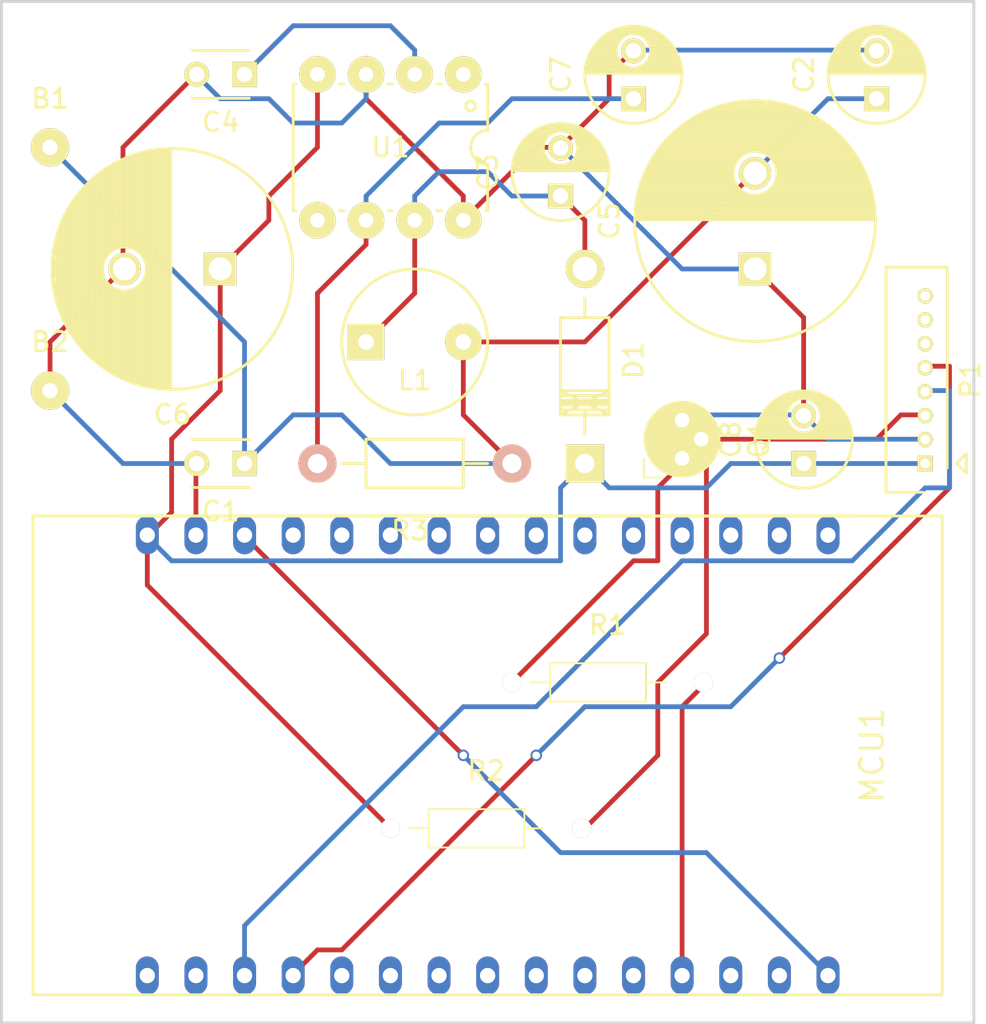
<source format=kicad_pcb>
(kicad_pcb (version 4) (host pcbnew 4.0.4+dfsg1-stable)

  (general
    (links 37)
    (no_connects 0)
    (area 74.93 78.74 127 133.35)
    (thickness 1.6)
    (drawings 4)
    (tracks 151)
    (zones 0)
    (modules 19)
    (nets 13)
  )

  (page A4)
  (layers
    (0 F.Cu signal)
    (31 B.Cu signal)
    (32 B.Adhes user)
    (33 F.Adhes user)
    (34 B.Paste user)
    (35 F.Paste user)
    (36 B.SilkS user)
    (37 F.SilkS user)
    (38 B.Mask user)
    (39 F.Mask user)
    (40 Dwgs.User user)
    (41 Cmts.User user)
    (42 Eco1.User user)
    (43 Eco2.User user)
    (44 Edge.Cuts user)
    (45 Margin user)
    (46 B.CrtYd user)
    (47 F.CrtYd user)
    (48 B.Fab user)
    (49 F.Fab user)
  )

  (setup
    (last_trace_width 0.25)
    (trace_clearance 0.2)
    (zone_clearance 0.508)
    (zone_45_only no)
    (trace_min 0.2)
    (segment_width 0.2)
    (edge_width 0.15)
    (via_size 0.6)
    (via_drill 0.4)
    (via_min_size 0.4)
    (via_min_drill 0.3)
    (uvia_size 0.3)
    (uvia_drill 0.1)
    (uvias_allowed no)
    (uvia_min_size 0.2)
    (uvia_min_drill 0.1)
    (pcb_text_width 0.3)
    (pcb_text_size 1.5 1.5)
    (mod_edge_width 0.15)
    (mod_text_size 1 1)
    (mod_text_width 0.15)
    (pad_size 1.99898 1.99898)
    (pad_drill 0.8001)
    (pad_to_mask_clearance 0.2)
    (aux_axis_origin 0 0)
    (visible_elements FFFFFF7F)
    (pcbplotparams
      (layerselection 0x01030_80000001)
      (usegerberextensions false)
      (excludeedgelayer true)
      (linewidth 0.100000)
      (plotframeref false)
      (viasonmask false)
      (mode 1)
      (useauxorigin false)
      (hpglpennumber 1)
      (hpglpenspeed 20)
      (hpglpendiameter 15)
      (hpglpenoverlay 2)
      (psnegative false)
      (psa4output false)
      (plotreference true)
      (plotvalue true)
      (plotinvisibletext false)
      (padsonsilk false)
      (subtractmaskfromsilk false)
      (outputformat 4)
      (mirror false)
      (drillshape 0)
      (scaleselection 1)
      (outputdirectory ""))
  )

  (net 0 "")
  (net 1 "Net-(MCU1-Pad13)")
  (net 2 "Net-(MCU1-Pad27)")
  (net 3 "Net-(MCU1-Pad19)")
  (net 4 "Net-(MCU1-Pad18)")
  (net 5 GND)
  (net 6 +5V)
  (net 7 "Net-(P1-Pad3)")
  (net 8 "Net-(Q1-Pad1)")
  (net 9 "Net-(C3-Pad1)")
  (net 10 "Net-(C4-Pad1)")
  (net 11 "Net-(B1-Pad1)")
  (net 12 "Net-(C7-Pad1)")

  (net_class Default "This is the default net class."
    (clearance 0.2)
    (trace_width 0.25)
    (via_dia 0.6)
    (via_drill 0.4)
    (uvia_dia 0.3)
    (uvia_drill 0.1)
    (add_net +5V)
    (add_net GND)
    (add_net "Net-(B1-Pad1)")
    (add_net "Net-(C3-Pad1)")
    (add_net "Net-(C4-Pad1)")
    (add_net "Net-(C7-Pad1)")
    (add_net "Net-(MCU1-Pad13)")
    (add_net "Net-(MCU1-Pad18)")
    (add_net "Net-(MCU1-Pad19)")
    (add_net "Net-(MCU1-Pad27)")
    (add_net "Net-(P1-Pad3)")
    (add_net "Net-(Q1-Pad1)")
  )

  (module Inductors:INDUCTOR_V (layer F.Cu) (tedit 0) (tstamp 587528E1)
    (at 97.79 97.79)
    (descr "Inductor (vertical)")
    (tags INDUCTOR)
    (path /58752DDF)
    (fp_text reference L1 (at 0 1.99898) (layer F.SilkS)
      (effects (font (size 1 1) (thickness 0.15)))
    )
    (fp_text value 22µH (at 0.09906 -1.99898) (layer F.Fab)
      (effects (font (size 1 1) (thickness 0.15)))
    )
    (fp_circle (center 0 0) (end 3.81 0) (layer F.SilkS) (width 0.15))
    (pad 1 thru_hole rect (at -2.54 0) (size 1.905 1.905) (drill 0.8128) (layers *.Cu *.Mask F.SilkS)
      (net 9 "Net-(C3-Pad1)"))
    (pad 2 thru_hole circle (at 2.54 0) (size 1.905 1.905) (drill 0.8128) (layers *.Cu *.Mask F.SilkS)
      (net 11 "Net-(B1-Pad1)"))
    (model Inductors.3dshapes/INDUCTOR_V.wrl
      (at (xyz 0 0 0))
      (scale (xyz 2 2 2))
      (rotate (xyz 0 0 0))
    )
  )

  (module nodemcu:nodemcu (layer F.Cu) (tedit 58757731) (tstamp 58757B9A)
    (at 101.6 119.38 180)
    (path /586FE40C)
    (fp_text reference MCU1 (at -20.08 0 270) (layer F.SilkS)
      (effects (font (size 1.2 1.2) (thickness 0.15)))
    )
    (fp_text value NodeMCU-1.0 (at 0 0 180) (layer F.Fab)
      (effects (font (size 1.5 1.5) (thickness 0.15)))
    )
    (fp_line (start 23.75 -12.5) (end -23.75 -12.5) (layer F.SilkS) (width 0.15))
    (fp_line (start -23.75 -12.5) (end -23.75 12.5) (layer F.SilkS) (width 0.15))
    (fp_line (start -23.75 12.5) (end 23.75 12.5) (layer F.SilkS) (width 0.15))
    (fp_line (start 23.75 12.5) (end 23.75 -12.5) (layer F.SilkS) (width 0.15))
    (fp_line (start -18.88 12.499999) (end 18.88 12.5) (layer F.SilkS) (width 0.15))
    (pad 30 thru_hole oval (at -17.78 -11.5 180) (size 1.2 2) (drill 0.8) (layers *.Cu *.Mask)
      (net 1 "Net-(MCU1-Pad13)"))
    (pad 1 thru_hole oval (at -17.78 11.5 180) (size 1.2 2) (drill 0.8) (layers *.Cu *.Mask))
    (pad 29 thru_hole oval (at -15.24 -11.5 180) (size 1.2 2) (drill 0.8) (layers *.Cu *.Mask))
    (pad 2 thru_hole oval (at -15.24 11.5 180) (size 1.2 2) (drill 0.8) (layers *.Cu *.Mask))
    (pad 28 thru_hole oval (at -12.7 -11.5 180) (size 1.2 2) (drill 0.8) (layers *.Cu *.Mask))
    (pad 3 thru_hole oval (at -12.7 11.5 180) (size 1.2 2) (drill 0.8) (layers *.Cu *.Mask))
    (pad 27 thru_hole oval (at -10.16 -11.5 180) (size 1.2 2) (drill 0.8) (layers *.Cu *.Mask)
      (net 2 "Net-(MCU1-Pad27)"))
    (pad 4 thru_hole oval (at -10.16 11.5 180) (size 1.2 2) (drill 0.8) (layers *.Cu *.Mask))
    (pad 26 thru_hole oval (at -7.62 -11.5 180) (size 1.2 2) (drill 0.8) (layers *.Cu *.Mask))
    (pad 5 thru_hole oval (at -7.62 11.5 180) (size 1.2 2) (drill 0.8) (layers *.Cu *.Mask))
    (pad 25 thru_hole oval (at -5.08 -11.5 180) (size 1.2 2) (drill 0.8) (layers *.Cu *.Mask))
    (pad 6 thru_hole oval (at -5.08 11.5 180) (size 1.2 2) (drill 0.8) (layers *.Cu *.Mask))
    (pad 24 thru_hole oval (at -2.54 -11.5 180) (size 1.2 2) (drill 0.8) (layers *.Cu *.Mask))
    (pad 7 thru_hole oval (at -2.54 11.5 180) (size 1.2 2) (drill 0.8) (layers *.Cu *.Mask))
    (pad 23 thru_hole oval (at 0 -11.5 180) (size 1.2 2) (drill 0.8) (layers *.Cu *.Mask))
    (pad 8 thru_hole oval (at 0 11.5 180) (size 1.2 2) (drill 0.8) (layers *.Cu *.Mask))
    (pad 22 thru_hole oval (at 2.54 -11.5 180) (size 1.2 2) (drill 0.8) (layers *.Cu *.Mask))
    (pad 9 thru_hole oval (at 2.54 11.5 180) (size 1.2 2) (drill 0.8) (layers *.Cu *.Mask))
    (pad 21 thru_hole oval (at 5.08 -11.5 180) (size 1.2 2) (drill 0.8) (layers *.Cu *.Mask))
    (pad 10 thru_hole oval (at 5.08 11.5 180) (size 1.2 2) (drill 0.8) (layers *.Cu *.Mask))
    (pad 20 thru_hole oval (at 7.62 -11.5 180) (size 1.2 2) (drill 0.8) (layers *.Cu *.Mask))
    (pad 11 thru_hole oval (at 7.62 11.5 180) (size 1.2 2) (drill 0.8) (layers *.Cu *.Mask))
    (pad 19 thru_hole oval (at 10.16 -11.5 180) (size 1.2 2) (drill 0.8) (layers *.Cu *.Mask)
      (net 3 "Net-(MCU1-Pad19)"))
    (pad 12 thru_hole oval (at 10.16 11.5 180) (size 1.2 2) (drill 0.8) (layers *.Cu *.Mask))
    (pad 18 thru_hole oval (at 12.7 -11.5 180) (size 1.2 2) (drill 0.8) (layers *.Cu *.Mask)
      (net 4 "Net-(MCU1-Pad18)"))
    (pad 13 thru_hole oval (at 12.7 11.5 180) (size 1.2 2) (drill 0.8) (layers *.Cu *.Mask)
      (net 1 "Net-(MCU1-Pad13)"))
    (pad 17 thru_hole oval (at 15.24 -11.5 180) (size 1.2 2) (drill 0.8) (layers *.Cu *.Mask))
    (pad 14 thru_hole oval (at 15.24 11.5 180) (size 1.2 2) (drill 0.8) (layers *.Cu *.Mask)
      (net 5 GND))
    (pad 16 thru_hole oval (at 17.78 -11.5 180) (size 1.2 2) (drill 0.8) (layers *.Cu *.Mask))
    (pad 15 thru_hole oval (at 17.78 11.5 180) (size 1.2 2) (drill 0.8) (layers *.Cu *.Mask)
      (net 6 +5V))
  )

  (module Resistors_ThroughHole:Resistor_Horizontal_RM10mm (layer F.Cu) (tedit 56648415) (tstamp 58814E60)
    (at 96.52 123.19)
    (descr "Resistor, Axial,  RM 10mm, 1/3W")
    (tags "Resistor Axial RM 10mm 1/3W")
    (path /586FEB38)
    (fp_text reference R2 (at 5 -3) (layer F.SilkS)
      (effects (font (size 1 1) (thickness 0.15)))
    )
    (fp_text value 10k (at 5 3) (layer F.Fab)
      (effects (font (size 1 1) (thickness 0.15)))
    )
    (fp_line (start -1 -1) (end 11 -1) (layer F.CrtYd) (width 0))
    (fp_line (start -1 1) (end -1 -1) (layer F.CrtYd) (width 0))
    (fp_line (start 11 -1) (end 11 1) (layer F.CrtYd) (width 0))
    (fp_line (start -1 1) (end 11 1) (layer F.CrtYd) (width 0))
    (fp_line (start 2 -1) (end 7 -1) (layer F.SilkS) (width 0))
    (fp_line (start 7 -1) (end 7 1) (layer F.SilkS) (width 0))
    (fp_line (start 7 1) (end 2 1) (layer F.SilkS) (width 0))
    (fp_line (start 2 1) (end 2 -1) (layer F.SilkS) (width 0))
    (fp_line (start 2 0) (end 1 0) (layer F.SilkS) (width 0))
    (fp_line (start 7 0) (end 8 0) (layer F.SilkS) (width 0))
    (pad 1 thru_hole circle (at 0 0) (size 1 1) (drill 1) (layers *.Cu *.SilkS *.Mask)
      (net 6 +5V))
    (pad 2 thru_hole circle (at 10 0) (size 1 1) (drill 1) (layers *.Cu *.SilkS *.Mask)
      (net 7 "Net-(P1-Pad3)"))
    (model Resistors_ThroughHole.3dshapes/Resistor_Horizontal_RM10mm.wrl
      (at (xyz 0 0 0))
      (scale (xyz 0 0 0))
      (rotate (xyz 0 0 0))
    )
  )

  (module TO_SOT_Packages_THT:TO-18_3Pin (layer F.Cu) (tedit 55D039D2) (tstamp 58814E54)
    (at 111.76 102.87 270)
    (descr "TO-18, 3Pin,")
    (tags "TO-18, 3Pin,")
    (path /586FE94A)
    (fp_text reference Q1 (at 0 -4 270) (layer F.SilkS)
      (effects (font (size 1 1) (thickness 0.15)))
    )
    (fp_text value 2N2222 (at 0 4 270) (layer F.Fab)
      (effects (font (size 1 1) (thickness 0.15)))
    )
    (fp_line (start 2 2) (end 2 1) (layer F.SilkS) (width 0))
    (fp_line (start 1 2) (end 2 2) (layer F.SilkS) (width 0))
    (fp_line (start 2 2) (end 2 2) (layer F.SilkS) (width 0))
    (fp_circle (center 0 0) (end 2 0) (layer F.SilkS) (width 0))
    (fp_circle (center 0 0) (end 2 0) (layer F.SilkS) (width 0))
    (pad 1 thru_hole circle (at 1 0 270) (size 1 1) (drill 0.762) (layers *.Cu *.Mask F.SilkS)
      (net 8 "Net-(Q1-Pad1)"))
    (pad 2 thru_hole circle (at 0 -1 270) (size 1 1) (drill 0.762) (layers *.Cu *.Mask F.SilkS)
      (net 7 "Net-(P1-Pad3)"))
    (pad 3 thru_hole circle (at -1 0 270) (size 1 1) (drill 0.762) (layers *.Cu *.Mask F.SilkS)
      (net 5 GND))
    (model TO_SOT_Packages_THT.3dshapes/TO-18_3Pin.wrl
      (at (xyz 0 0 0))
      (scale (xyz 0 0 0))
      (rotate (xyz 0 0 0))
    )
  )

  (module Connectors_Molex:Molex_PicoBlade_53047-0810 (layer F.Cu) (tedit 0) (tstamp 58814E42)
    (at 124.46 104.14 90)
    (descr "Molex PicoBlade 1.25mm shrouded header. Vertical. 8 ways")
    (tags "connector PicoBlade header")
    (path /586FE556)
    (fp_text reference P1 (at 4.375 2.35 90) (layer F.SilkS)
      (effects (font (size 1 1) (thickness 0.15)))
    )
    (fp_text value PMS3003 (at 4.375 -3.25 90) (layer F.Fab)
      (effects (font (size 1 1) (thickness 0.15)))
    )
    (fp_line (start -1.5 -0.12) (end -1.5 -2.05) (layer F.SilkS) (width 0.15))
    (fp_line (start -1.5 -2.05) (end 10.25 -2.05) (layer F.SilkS) (width 0.15))
    (fp_line (start 10.25 -2.05) (end 10.25 1.15) (layer F.SilkS) (width 0.15))
    (fp_line (start 10.25 1.15) (end -0.23 1.15) (layer F.SilkS) (width 0.15))
    (fp_line (start 0 1.65) (end 0.5 2.15) (layer F.SilkS) (width 0.15))
    (fp_line (start 0.5 2.15) (end -0.5 2.15) (layer F.SilkS) (width 0.15))
    (fp_line (start -0.5 2.15) (end 0 1.65) (layer F.SilkS) (width 0.15))
    (fp_line (start -0.23 1.15) (end -1.5 -0.12) (layer F.Fab) (width 0.2))
    (fp_line (start -1.5 -0.12) (end -1.5 -2.05) (layer F.Fab) (width 0.2))
    (fp_line (start -1.5 -2.05) (end 10.25 -2.05) (layer F.Fab) (width 0.2))
    (fp_line (start 10.25 -2.05) (end 10.25 1.15) (layer F.Fab) (width 0.2))
    (fp_line (start 10.25 1.15) (end -0.23 1.15) (layer F.Fab) (width 0.2))
    (pad 1 thru_hole rect (at 0 0 90) (size 0.8 0.8) (drill 0.5) (layers *.Cu *.Mask F.SilkS)
      (net 6 +5V))
    (pad 2 thru_hole oval (at 1.25 0 90) (size 0.8 0.8) (drill 0.5) (layers *.Cu *.Mask F.SilkS)
      (net 5 GND))
    (pad 3 thru_hole oval (at 2.5 0 90) (size 0.8 0.8) (drill 0.5) (layers *.Cu *.Mask F.SilkS)
      (net 7 "Net-(P1-Pad3)"))
    (pad 4 thru_hole oval (at 3.75 0 90) (size 0.8 0.8) (drill 0.5) (layers *.Cu *.Mask F.SilkS)
      (net 4 "Net-(MCU1-Pad18)"))
    (pad 5 thru_hole oval (at 5 0 90) (size 0.8 0.8) (drill 0.5) (layers *.Cu *.Mask F.SilkS)
      (net 3 "Net-(MCU1-Pad19)"))
    (pad 6 thru_hole oval (at 6.25 0 90) (size 0.8 0.8) (drill 0.5) (layers *.Cu *.Mask F.SilkS))
    (pad 7 thru_hole oval (at 7.5 0 90) (size 0.8 0.8) (drill 0.5) (layers *.Cu *.Mask F.SilkS))
    (pad 8 thru_hole oval (at 8.75 0 90) (size 0.8 0.8) (drill 0.5) (layers *.Cu *.Mask F.SilkS))
    (model Connectors_Molex.3dshapes/Molex_PicoBlade_53047-0810.wrl
      (at (xyz 0.172244 0 0))
      (scale (xyz 1 1 1))
      (rotate (xyz 0 0 180))
    )
  )

  (module Resistors_ThroughHole:Resistor_Horizontal_RM10mm (layer F.Cu) (tedit 56648415) (tstamp 58814E5A)
    (at 102.87 115.57)
    (descr "Resistor, Axial,  RM 10mm, 1/3W")
    (tags "Resistor Axial RM 10mm 1/3W")
    (path /586FEAB5)
    (fp_text reference R1 (at 5 -3) (layer F.SilkS)
      (effects (font (size 1 1) (thickness 0.15)))
    )
    (fp_text value 10k (at 5 3) (layer F.Fab)
      (effects (font (size 1 1) (thickness 0.15)))
    )
    (fp_line (start -1 -1) (end 11 -1) (layer F.CrtYd) (width 0))
    (fp_line (start -1 1) (end -1 -1) (layer F.CrtYd) (width 0))
    (fp_line (start 11 -1) (end 11 1) (layer F.CrtYd) (width 0))
    (fp_line (start -1 1) (end 11 1) (layer F.CrtYd) (width 0))
    (fp_line (start 2 -1) (end 7 -1) (layer F.SilkS) (width 0))
    (fp_line (start 7 -1) (end 7 1) (layer F.SilkS) (width 0))
    (fp_line (start 7 1) (end 2 1) (layer F.SilkS) (width 0))
    (fp_line (start 2 1) (end 2 -1) (layer F.SilkS) (width 0))
    (fp_line (start 2 0) (end 1 0) (layer F.SilkS) (width 0))
    (fp_line (start 7 0) (end 8 0) (layer F.SilkS) (width 0))
    (pad 1 thru_hole circle (at 0 0) (size 1 1) (drill 1) (layers *.Cu *.SilkS *.Mask)
      (net 8 "Net-(Q1-Pad1)"))
    (pad 2 thru_hole circle (at 10 0) (size 1 1) (drill 1) (layers *.Cu *.SilkS *.Mask)
      (net 2 "Net-(MCU1-Pad27)"))
    (model Resistors_ThroughHole.3dshapes/Resistor_Horizontal_RM10mm.wrl
      (at (xyz 0 0 0))
      (scale (xyz 0 0 0))
      (rotate (xyz 0 0 0))
    )
  )

  (module Capacitors_ThroughHole:C_Radial_D5_L6_P2.5 (layer F.Cu) (tedit 0) (tstamp 587528C9)
    (at 121.92 85.09 90)
    (descr "Radial Electrolytic Capacitor Diameter 5mm x Length 6mm, Pitch 2.5mm")
    (tags "Electrolytic Capacitor")
    (path /58752E54)
    (fp_text reference C2 (at 1.25 -3.8 90) (layer F.SilkS)
      (effects (font (size 1 1) (thickness 0.15)))
    )
    (fp_text value 220µF (at 1.25 3.8 90) (layer F.Fab)
      (effects (font (size 1 1) (thickness 0.15)))
    )
    (fp_line (start 1.325 -2.499) (end 1.325 2.499) (layer F.SilkS) (width 0.15))
    (fp_line (start 1.465 -2.491) (end 1.465 2.491) (layer F.SilkS) (width 0.15))
    (fp_line (start 1.605 -2.475) (end 1.605 -0.095) (layer F.SilkS) (width 0.15))
    (fp_line (start 1.605 0.095) (end 1.605 2.475) (layer F.SilkS) (width 0.15))
    (fp_line (start 1.745 -2.451) (end 1.745 -0.49) (layer F.SilkS) (width 0.15))
    (fp_line (start 1.745 0.49) (end 1.745 2.451) (layer F.SilkS) (width 0.15))
    (fp_line (start 1.885 -2.418) (end 1.885 -0.657) (layer F.SilkS) (width 0.15))
    (fp_line (start 1.885 0.657) (end 1.885 2.418) (layer F.SilkS) (width 0.15))
    (fp_line (start 2.025 -2.377) (end 2.025 -0.764) (layer F.SilkS) (width 0.15))
    (fp_line (start 2.025 0.764) (end 2.025 2.377) (layer F.SilkS) (width 0.15))
    (fp_line (start 2.165 -2.327) (end 2.165 -0.835) (layer F.SilkS) (width 0.15))
    (fp_line (start 2.165 0.835) (end 2.165 2.327) (layer F.SilkS) (width 0.15))
    (fp_line (start 2.305 -2.266) (end 2.305 -0.879) (layer F.SilkS) (width 0.15))
    (fp_line (start 2.305 0.879) (end 2.305 2.266) (layer F.SilkS) (width 0.15))
    (fp_line (start 2.445 -2.196) (end 2.445 -0.898) (layer F.SilkS) (width 0.15))
    (fp_line (start 2.445 0.898) (end 2.445 2.196) (layer F.SilkS) (width 0.15))
    (fp_line (start 2.585 -2.114) (end 2.585 -0.896) (layer F.SilkS) (width 0.15))
    (fp_line (start 2.585 0.896) (end 2.585 2.114) (layer F.SilkS) (width 0.15))
    (fp_line (start 2.725 -2.019) (end 2.725 -0.871) (layer F.SilkS) (width 0.15))
    (fp_line (start 2.725 0.871) (end 2.725 2.019) (layer F.SilkS) (width 0.15))
    (fp_line (start 2.865 -1.908) (end 2.865 -0.823) (layer F.SilkS) (width 0.15))
    (fp_line (start 2.865 0.823) (end 2.865 1.908) (layer F.SilkS) (width 0.15))
    (fp_line (start 3.005 -1.78) (end 3.005 -0.745) (layer F.SilkS) (width 0.15))
    (fp_line (start 3.005 0.745) (end 3.005 1.78) (layer F.SilkS) (width 0.15))
    (fp_line (start 3.145 -1.631) (end 3.145 -0.628) (layer F.SilkS) (width 0.15))
    (fp_line (start 3.145 0.628) (end 3.145 1.631) (layer F.SilkS) (width 0.15))
    (fp_line (start 3.285 -1.452) (end 3.285 -0.44) (layer F.SilkS) (width 0.15))
    (fp_line (start 3.285 0.44) (end 3.285 1.452) (layer F.SilkS) (width 0.15))
    (fp_line (start 3.425 -1.233) (end 3.425 1.233) (layer F.SilkS) (width 0.15))
    (fp_line (start 3.565 -0.944) (end 3.565 0.944) (layer F.SilkS) (width 0.15))
    (fp_line (start 3.705 -0.472) (end 3.705 0.472) (layer F.SilkS) (width 0.15))
    (fp_circle (center 2.5 0) (end 2.5 -0.9) (layer F.SilkS) (width 0.15))
    (fp_circle (center 1.25 0) (end 1.25 -2.5375) (layer F.SilkS) (width 0.15))
    (fp_circle (center 1.25 0) (end 1.25 -2.8) (layer F.CrtYd) (width 0.05))
    (pad 1 thru_hole rect (at 0 0 90) (size 1.3 1.3) (drill 0.8) (layers *.Cu *.Mask F.SilkS)
      (net 11 "Net-(B1-Pad1)"))
    (pad 2 thru_hole circle (at 2.5 0 90) (size 1.3 1.3) (drill 0.8) (layers *.Cu *.Mask F.SilkS)
      (net 5 GND))
    (model Capacitors_ThroughHole.3dshapes/C_Radial_D5_L6_P2.5.wrl
      (at (xyz 0.0492126 0 0))
      (scale (xyz 1 1 1))
      (rotate (xyz 0 0 90))
    )
  )

  (module Capacitors_ThroughHole:C_Radial_D5_L6_P2.5 (layer F.Cu) (tedit 0) (tstamp 587528CF)
    (at 105.41 90.17 90)
    (descr "Radial Electrolytic Capacitor Diameter 5mm x Length 6mm, Pitch 2.5mm")
    (tags "Electrolytic Capacitor")
    (path /58753484)
    (fp_text reference C3 (at 1.25 -3.8 90) (layer F.SilkS)
      (effects (font (size 1 1) (thickness 0.15)))
    )
    (fp_text value 220µF (at 1.25 3.8 90) (layer F.Fab)
      (effects (font (size 1 1) (thickness 0.15)))
    )
    (fp_line (start 1.325 -2.499) (end 1.325 2.499) (layer F.SilkS) (width 0.15))
    (fp_line (start 1.465 -2.491) (end 1.465 2.491) (layer F.SilkS) (width 0.15))
    (fp_line (start 1.605 -2.475) (end 1.605 -0.095) (layer F.SilkS) (width 0.15))
    (fp_line (start 1.605 0.095) (end 1.605 2.475) (layer F.SilkS) (width 0.15))
    (fp_line (start 1.745 -2.451) (end 1.745 -0.49) (layer F.SilkS) (width 0.15))
    (fp_line (start 1.745 0.49) (end 1.745 2.451) (layer F.SilkS) (width 0.15))
    (fp_line (start 1.885 -2.418) (end 1.885 -0.657) (layer F.SilkS) (width 0.15))
    (fp_line (start 1.885 0.657) (end 1.885 2.418) (layer F.SilkS) (width 0.15))
    (fp_line (start 2.025 -2.377) (end 2.025 -0.764) (layer F.SilkS) (width 0.15))
    (fp_line (start 2.025 0.764) (end 2.025 2.377) (layer F.SilkS) (width 0.15))
    (fp_line (start 2.165 -2.327) (end 2.165 -0.835) (layer F.SilkS) (width 0.15))
    (fp_line (start 2.165 0.835) (end 2.165 2.327) (layer F.SilkS) (width 0.15))
    (fp_line (start 2.305 -2.266) (end 2.305 -0.879) (layer F.SilkS) (width 0.15))
    (fp_line (start 2.305 0.879) (end 2.305 2.266) (layer F.SilkS) (width 0.15))
    (fp_line (start 2.445 -2.196) (end 2.445 -0.898) (layer F.SilkS) (width 0.15))
    (fp_line (start 2.445 0.898) (end 2.445 2.196) (layer F.SilkS) (width 0.15))
    (fp_line (start 2.585 -2.114) (end 2.585 -0.896) (layer F.SilkS) (width 0.15))
    (fp_line (start 2.585 0.896) (end 2.585 2.114) (layer F.SilkS) (width 0.15))
    (fp_line (start 2.725 -2.019) (end 2.725 -0.871) (layer F.SilkS) (width 0.15))
    (fp_line (start 2.725 0.871) (end 2.725 2.019) (layer F.SilkS) (width 0.15))
    (fp_line (start 2.865 -1.908) (end 2.865 -0.823) (layer F.SilkS) (width 0.15))
    (fp_line (start 2.865 0.823) (end 2.865 1.908) (layer F.SilkS) (width 0.15))
    (fp_line (start 3.005 -1.78) (end 3.005 -0.745) (layer F.SilkS) (width 0.15))
    (fp_line (start 3.005 0.745) (end 3.005 1.78) (layer F.SilkS) (width 0.15))
    (fp_line (start 3.145 -1.631) (end 3.145 -0.628) (layer F.SilkS) (width 0.15))
    (fp_line (start 3.145 0.628) (end 3.145 1.631) (layer F.SilkS) (width 0.15))
    (fp_line (start 3.285 -1.452) (end 3.285 -0.44) (layer F.SilkS) (width 0.15))
    (fp_line (start 3.285 0.44) (end 3.285 1.452) (layer F.SilkS) (width 0.15))
    (fp_line (start 3.425 -1.233) (end 3.425 1.233) (layer F.SilkS) (width 0.15))
    (fp_line (start 3.565 -0.944) (end 3.565 0.944) (layer F.SilkS) (width 0.15))
    (fp_line (start 3.705 -0.472) (end 3.705 0.472) (layer F.SilkS) (width 0.15))
    (fp_circle (center 2.5 0) (end 2.5 -0.9) (layer F.SilkS) (width 0.15))
    (fp_circle (center 1.25 0) (end 1.25 -2.5375) (layer F.SilkS) (width 0.15))
    (fp_circle (center 1.25 0) (end 1.25 -2.8) (layer F.CrtYd) (width 0.05))
    (pad 1 thru_hole rect (at 0 0 90) (size 1.3 1.3) (drill 0.8) (layers *.Cu *.Mask F.SilkS)
      (net 9 "Net-(C3-Pad1)"))
    (pad 2 thru_hole circle (at 2.5 0 90) (size 1.3 1.3) (drill 0.8) (layers *.Cu *.Mask F.SilkS)
      (net 5 GND))
    (model Capacitors_ThroughHole.3dshapes/C_Radial_D5_L6_P2.5.wrl
      (at (xyz 0.0492126 0 0))
      (scale (xyz 1 1 1))
      (rotate (xyz 0 0 90))
    )
  )

  (module Diodes_ThroughHole:Diode_DO-41_SOD81_Horizontal_RM10 (layer F.Cu) (tedit 552FFCCE) (tstamp 587528DB)
    (at 106.68 104.14 90)
    (descr "Diode, DO-41, SOD81, Horizontal, RM 10mm,")
    (tags "Diode, DO-41, SOD81, Horizontal, RM 10mm, 1N4007, SB140,")
    (path /58753565)
    (fp_text reference D1 (at 5.38734 2.53746 90) (layer F.SilkS)
      (effects (font (size 1 1) (thickness 0.15)))
    )
    (fp_text value 1N5817 (at 4.37134 -3.55854 90) (layer F.Fab)
      (effects (font (size 1 1) (thickness 0.15)))
    )
    (fp_line (start 7.62 -0.00254) (end 8.636 -0.00254) (layer F.SilkS) (width 0.15))
    (fp_line (start 2.794 -0.00254) (end 1.524 -0.00254) (layer F.SilkS) (width 0.15))
    (fp_line (start 3.048 -1.27254) (end 3.048 1.26746) (layer F.SilkS) (width 0.15))
    (fp_line (start 3.302 -1.27254) (end 3.302 1.26746) (layer F.SilkS) (width 0.15))
    (fp_line (start 3.556 -1.27254) (end 3.556 1.26746) (layer F.SilkS) (width 0.15))
    (fp_line (start 2.794 -1.27254) (end 2.794 1.26746) (layer F.SilkS) (width 0.15))
    (fp_line (start 3.81 -1.27254) (end 2.54 1.26746) (layer F.SilkS) (width 0.15))
    (fp_line (start 2.54 -1.27254) (end 3.81 1.26746) (layer F.SilkS) (width 0.15))
    (fp_line (start 3.81 -1.27254) (end 3.81 1.26746) (layer F.SilkS) (width 0.15))
    (fp_line (start 3.175 -1.27254) (end 3.175 1.26746) (layer F.SilkS) (width 0.15))
    (fp_line (start 2.54 1.26746) (end 2.54 -1.27254) (layer F.SilkS) (width 0.15))
    (fp_line (start 2.54 -1.27254) (end 7.62 -1.27254) (layer F.SilkS) (width 0.15))
    (fp_line (start 7.62 -1.27254) (end 7.62 1.26746) (layer F.SilkS) (width 0.15))
    (fp_line (start 7.62 1.26746) (end 2.54 1.26746) (layer F.SilkS) (width 0.15))
    (pad 2 thru_hole circle (at 10.16 -0.00254 270) (size 1.99898 1.99898) (drill 1.27) (layers *.Cu *.Mask F.SilkS)
      (net 9 "Net-(C3-Pad1)"))
    (pad 1 thru_hole rect (at 0 -0.00254 270) (size 1.99898 1.99898) (drill 1.00076) (layers *.Cu *.Mask F.SilkS)
      (net 6 +5V))
  )

  (module Resistors_ThroughHole:Resistor_Horizontal_RM10mm (layer F.Cu) (tedit 56648415) (tstamp 587528EC)
    (at 102.87 104.14 180)
    (descr "Resistor, Axial,  RM 10mm, 1/3W")
    (tags "Resistor Axial RM 10mm 1/3W")
    (path /58757A88)
    (fp_text reference R3 (at 5.32892 -3.50012 180) (layer F.SilkS)
      (effects (font (size 1 1) (thickness 0.15)))
    )
    (fp_text value "2ohm / 10ohm" (at 5.08 3.81 180) (layer F.Fab)
      (effects (font (size 1 1) (thickness 0.15)))
    )
    (fp_line (start -1.25 -1.5) (end 11.4 -1.5) (layer F.CrtYd) (width 0.05))
    (fp_line (start -1.25 1.5) (end -1.25 -1.5) (layer F.CrtYd) (width 0.05))
    (fp_line (start 11.4 -1.5) (end 11.4 1.5) (layer F.CrtYd) (width 0.05))
    (fp_line (start -1.25 1.5) (end 11.4 1.5) (layer F.CrtYd) (width 0.05))
    (fp_line (start 2.54 -1.27) (end 7.62 -1.27) (layer F.SilkS) (width 0.15))
    (fp_line (start 7.62 -1.27) (end 7.62 1.27) (layer F.SilkS) (width 0.15))
    (fp_line (start 7.62 1.27) (end 2.54 1.27) (layer F.SilkS) (width 0.15))
    (fp_line (start 2.54 1.27) (end 2.54 -1.27) (layer F.SilkS) (width 0.15))
    (fp_line (start 2.54 0) (end 1.27 0) (layer F.SilkS) (width 0.15))
    (fp_line (start 7.62 0) (end 8.89 0) (layer F.SilkS) (width 0.15))
    (pad 1 thru_hole circle (at 0 0 180) (size 1.99898 1.99898) (drill 1.00076) (layers *.Cu *.SilkS *.Mask)
      (net 11 "Net-(B1-Pad1)"))
    (pad 2 thru_hole circle (at 10.16 0 180) (size 1.99898 1.99898) (drill 1.00076) (layers *.Cu *.SilkS *.Mask)
      (net 12 "Net-(C7-Pad1)"))
    (model Resistors_ThroughHole.3dshapes/Resistor_Horizontal_RM10mm.wrl
      (at (xyz 0.2 0 0))
      (scale (xyz 0.4 0.4 0.4))
      (rotate (xyz 0 0 0))
    )
  )

  (module Power_Integrations:PDIP-8 (layer F.Cu) (tedit 0) (tstamp 587528F8)
    (at 96.52 87.63 180)
    (descr "PDIP-8 Standard 300mil 8pin Dual In Line Package")
    (tags "Power Integrations P Package")
    (path /58752B65)
    (fp_text reference U1 (at 0 0 180) (layer F.SilkS)
      (effects (font (size 1 1) (thickness 0.15)))
    )
    (fp_text value LT1302CN8-5 (at 0 0 180) (layer F.Fab)
      (effects (font (size 1 1) (thickness 0.15)))
    )
    (fp_line (start -5.08 0.889) (end -5.08 3.302) (layer F.SilkS) (width 0.15))
    (fp_line (start -5.08 -0.889) (end -5.08 -3.302) (layer F.SilkS) (width 0.15))
    (fp_arc (start -5.08 0) (end -4.191 0) (angle 90) (layer F.SilkS) (width 0.15))
    (fp_arc (start -5.08 0) (end -5.08 -0.889) (angle 90) (layer F.SilkS) (width 0.15))
    (fp_circle (center -4.191 2.159) (end -3.937 2.159) (layer F.SilkS) (width 0.15))
    (fp_line (start 5.08 3.302) (end 4.953 3.302) (layer F.SilkS) (width 0.15))
    (fp_line (start 2.413 3.302) (end 2.667 3.302) (layer F.SilkS) (width 0.15))
    (fp_line (start -0.127 3.302) (end 0.127 3.302) (layer F.SilkS) (width 0.15))
    (fp_line (start -2.667 3.302) (end -2.413 3.302) (layer F.SilkS) (width 0.15))
    (fp_line (start -5.08 3.302) (end -4.953 3.302) (layer F.SilkS) (width 0.15))
    (fp_line (start -5.08 -3.302) (end -4.953 -3.302) (layer F.SilkS) (width 0.15))
    (fp_line (start 5.08 -3.302) (end 4.953 -3.302) (layer F.SilkS) (width 0.15))
    (fp_line (start 2.413 -3.302) (end 2.667 -3.302) (layer F.SilkS) (width 0.15))
    (fp_line (start -0.127 -3.302) (end 0.127 -3.302) (layer F.SilkS) (width 0.15))
    (fp_line (start -2.667 -3.302) (end -2.413 -3.302) (layer F.SilkS) (width 0.15))
    (fp_line (start 5.08 3.302) (end 5.08 -3.302) (layer F.SilkS) (width 0.15))
    (pad 1 thru_hole circle (at -3.81 3.81 180) (size 1.905 1.905) (drill 0.762) (layers *.Cu *.Mask F.SilkS))
    (pad 2 thru_hole circle (at -1.27 3.81 180) (size 1.905 1.905) (drill 0.762) (layers *.Cu *.Mask F.SilkS)
      (net 10 "Net-(C4-Pad1)"))
    (pad 3 thru_hole circle (at 1.27 3.81 180) (size 1.905 1.905) (drill 0.762) (layers *.Cu *.Mask F.SilkS)
      (net 5 GND))
    (pad 4 thru_hole circle (at 3.81 3.81 180) (size 1.905 1.905) (drill 0.762) (layers *.Cu *.Mask F.SilkS)
      (net 6 +5V))
    (pad 5 thru_hole circle (at 3.81 -3.81 180) (size 1.905 1.905) (drill 0.762) (layers *.Cu *.Mask F.SilkS))
    (pad 6 thru_hole circle (at 1.27 -3.81 180) (size 1.905 1.905) (drill 0.762) (layers *.Cu *.Mask F.SilkS)
      (net 12 "Net-(C7-Pad1)"))
    (pad 7 thru_hole circle (at -1.27 -3.81 180) (size 1.905 1.905) (drill 0.762) (layers *.Cu *.Mask F.SilkS)
      (net 9 "Net-(C3-Pad1)"))
    (pad 8 thru_hole circle (at -3.81 -3.81 180) (size 1.905 1.905) (drill 0.762) (layers *.Cu *.Mask F.SilkS)
      (net 5 GND))
  )

  (module Wire_Pads:SolderWirePad_single_0-8mmDrill (layer F.Cu) (tedit 58752B19) (tstamp 58752B08)
    (at 78.74 87.63)
    (path /587538AC)
    (fp_text reference B1 (at 0 -2.54) (layer F.SilkS)
      (effects (font (size 1 1) (thickness 0.15)))
    )
    (fp_text value +VBAT (at 0 2.54) (layer F.Fab)
      (effects (font (size 1 1) (thickness 0.15)))
    )
    (pad 1 thru_hole circle (at 0 0) (size 1.99898 1.99898) (drill 0.8001) (layers *.Cu *.Mask F.SilkS)
      (net 11 "Net-(B1-Pad1)"))
  )

  (module Wire_Pads:SolderWirePad_single_0-8mmDrill (layer F.Cu) (tedit 0) (tstamp 58752B0D)
    (at 78.74 100.33)
    (path /5875394D)
    (fp_text reference B2 (at 0 -2.54) (layer F.SilkS)
      (effects (font (size 1 1) (thickness 0.15)))
    )
    (fp_text value -VBAT (at 0 2.54) (layer F.Fab)
      (effects (font (size 1 1) (thickness 0.15)))
    )
    (pad 1 thru_hole circle (at 0 0) (size 1.99898 1.99898) (drill 0.8001) (layers *.Cu *.Mask F.SilkS)
      (net 5 GND))
  )

  (module Capacitors_ThroughHole:C_Radial_D12.5_L25_P5 (layer F.Cu) (tedit 0) (tstamp 587578C9)
    (at 115.57 93.98 90)
    (descr "Radial Electrolytic Capacitor Diameter 12.5mm x Length 25mm, Pitch 5mm")
    (tags "Electrolytic Capacitor")
    (path /587574FC)
    (fp_text reference C5 (at 2.5 -7.6 90) (layer F.SilkS)
      (effects (font (size 1 1) (thickness 0.15)))
    )
    (fp_text value 4700µF (at 2.5 7.6 90) (layer F.Fab)
      (effects (font (size 1 1) (thickness 0.15)))
    )
    (fp_line (start 2.575 -6.25) (end 2.575 6.25) (layer F.SilkS) (width 0.15))
    (fp_line (start 2.715 -6.246) (end 2.715 6.246) (layer F.SilkS) (width 0.15))
    (fp_line (start 2.855 -6.24) (end 2.855 6.24) (layer F.SilkS) (width 0.15))
    (fp_line (start 2.995 -6.23) (end 2.995 6.23) (layer F.SilkS) (width 0.15))
    (fp_line (start 3.135 -6.218) (end 3.135 6.218) (layer F.SilkS) (width 0.15))
    (fp_line (start 3.275 -6.202) (end 3.275 6.202) (layer F.SilkS) (width 0.15))
    (fp_line (start 3.415 -6.183) (end 3.415 6.183) (layer F.SilkS) (width 0.15))
    (fp_line (start 3.555 -6.16) (end 3.555 6.16) (layer F.SilkS) (width 0.15))
    (fp_line (start 3.695 -6.135) (end 3.695 6.135) (layer F.SilkS) (width 0.15))
    (fp_line (start 3.835 -6.106) (end 3.835 6.106) (layer F.SilkS) (width 0.15))
    (fp_line (start 3.975 -6.073) (end 3.975 -0.521) (layer F.SilkS) (width 0.15))
    (fp_line (start 3.975 0.521) (end 3.975 6.073) (layer F.SilkS) (width 0.15))
    (fp_line (start 4.115 -6.038) (end 4.115 -0.734) (layer F.SilkS) (width 0.15))
    (fp_line (start 4.115 0.734) (end 4.115 6.038) (layer F.SilkS) (width 0.15))
    (fp_line (start 4.255 -5.999) (end 4.255 -0.876) (layer F.SilkS) (width 0.15))
    (fp_line (start 4.255 0.876) (end 4.255 5.999) (layer F.SilkS) (width 0.15))
    (fp_line (start 4.395 -5.956) (end 4.395 -0.978) (layer F.SilkS) (width 0.15))
    (fp_line (start 4.395 0.978) (end 4.395 5.956) (layer F.SilkS) (width 0.15))
    (fp_line (start 4.535 -5.909) (end 4.535 -1.052) (layer F.SilkS) (width 0.15))
    (fp_line (start 4.535 1.052) (end 4.535 5.909) (layer F.SilkS) (width 0.15))
    (fp_line (start 4.675 -5.859) (end 4.675 -1.103) (layer F.SilkS) (width 0.15))
    (fp_line (start 4.675 1.103) (end 4.675 5.859) (layer F.SilkS) (width 0.15))
    (fp_line (start 4.815 -5.805) (end 4.815 -1.135) (layer F.SilkS) (width 0.15))
    (fp_line (start 4.815 1.135) (end 4.815 5.805) (layer F.SilkS) (width 0.15))
    (fp_line (start 4.955 -5.748) (end 4.955 -1.149) (layer F.SilkS) (width 0.15))
    (fp_line (start 4.955 1.149) (end 4.955 5.748) (layer F.SilkS) (width 0.15))
    (fp_line (start 5.095 -5.686) (end 5.095 -1.146) (layer F.SilkS) (width 0.15))
    (fp_line (start 5.095 1.146) (end 5.095 5.686) (layer F.SilkS) (width 0.15))
    (fp_line (start 5.235 -5.62) (end 5.235 -1.126) (layer F.SilkS) (width 0.15))
    (fp_line (start 5.235 1.126) (end 5.235 5.62) (layer F.SilkS) (width 0.15))
    (fp_line (start 5.375 -5.549) (end 5.375 -1.087) (layer F.SilkS) (width 0.15))
    (fp_line (start 5.375 1.087) (end 5.375 5.549) (layer F.SilkS) (width 0.15))
    (fp_line (start 5.515 -5.475) (end 5.515 -1.028) (layer F.SilkS) (width 0.15))
    (fp_line (start 5.515 1.028) (end 5.515 5.475) (layer F.SilkS) (width 0.15))
    (fp_line (start 5.655 -5.395) (end 5.655 -0.945) (layer F.SilkS) (width 0.15))
    (fp_line (start 5.655 0.945) (end 5.655 5.395) (layer F.SilkS) (width 0.15))
    (fp_line (start 5.795 -5.311) (end 5.795 -0.831) (layer F.SilkS) (width 0.15))
    (fp_line (start 5.795 0.831) (end 5.795 5.311) (layer F.SilkS) (width 0.15))
    (fp_line (start 5.935 -5.221) (end 5.935 -0.67) (layer F.SilkS) (width 0.15))
    (fp_line (start 5.935 0.67) (end 5.935 5.221) (layer F.SilkS) (width 0.15))
    (fp_line (start 6.075 -5.127) (end 6.075 -0.409) (layer F.SilkS) (width 0.15))
    (fp_line (start 6.075 0.409) (end 6.075 5.127) (layer F.SilkS) (width 0.15))
    (fp_line (start 6.215 -5.026) (end 6.215 5.026) (layer F.SilkS) (width 0.15))
    (fp_line (start 6.355 -4.919) (end 6.355 4.919) (layer F.SilkS) (width 0.15))
    (fp_line (start 6.495 -4.807) (end 6.495 4.807) (layer F.SilkS) (width 0.15))
    (fp_line (start 6.635 -4.687) (end 6.635 4.687) (layer F.SilkS) (width 0.15))
    (fp_line (start 6.775 -4.559) (end 6.775 4.559) (layer F.SilkS) (width 0.15))
    (fp_line (start 6.915 -4.424) (end 6.915 4.424) (layer F.SilkS) (width 0.15))
    (fp_line (start 7.055 -4.28) (end 7.055 4.28) (layer F.SilkS) (width 0.15))
    (fp_line (start 7.195 -4.125) (end 7.195 4.125) (layer F.SilkS) (width 0.15))
    (fp_line (start 7.335 -3.96) (end 7.335 3.96) (layer F.SilkS) (width 0.15))
    (fp_line (start 7.475 -3.783) (end 7.475 3.783) (layer F.SilkS) (width 0.15))
    (fp_line (start 7.615 -3.592) (end 7.615 3.592) (layer F.SilkS) (width 0.15))
    (fp_line (start 7.755 -3.383) (end 7.755 3.383) (layer F.SilkS) (width 0.15))
    (fp_line (start 7.895 -3.155) (end 7.895 3.155) (layer F.SilkS) (width 0.15))
    (fp_line (start 8.035 -2.903) (end 8.035 2.903) (layer F.SilkS) (width 0.15))
    (fp_line (start 8.175 -2.619) (end 8.175 2.619) (layer F.SilkS) (width 0.15))
    (fp_line (start 8.315 -2.291) (end 8.315 2.291) (layer F.SilkS) (width 0.15))
    (fp_line (start 8.455 -1.897) (end 8.455 1.897) (layer F.SilkS) (width 0.15))
    (fp_line (start 8.595 -1.383) (end 8.595 1.383) (layer F.SilkS) (width 0.15))
    (fp_line (start 8.735 -0.433) (end 8.735 0.433) (layer F.SilkS) (width 0.15))
    (fp_circle (center 5 0) (end 5 -1.15) (layer F.SilkS) (width 0.15))
    (fp_circle (center 2.5 0) (end 2.5 -6.2875) (layer F.SilkS) (width 0.15))
    (fp_circle (center 2.5 0) (end 2.5 -6.6) (layer F.CrtYd) (width 0.05))
    (pad 2 thru_hole circle (at 5 0 90) (size 1.7 1.7) (drill 1.2) (layers *.Cu *.Mask F.SilkS)
      (net 11 "Net-(B1-Pad1)"))
    (pad 1 thru_hole rect (at 0 0 90) (size 1.7 1.7) (drill 1.2) (layers *.Cu *.Mask F.SilkS)
      (net 5 GND))
    (model Capacitors_ThroughHole.3dshapes/C_Radial_D12.5_L25_P5.wrl
      (at (xyz 0 0 0))
      (scale (xyz 1 1 1))
      (rotate (xyz 0 0 0))
    )
  )

  (module Capacitors_ThroughHole:C_Radial_D12.5_L25_P5 (layer F.Cu) (tedit 0) (tstamp 587578CF)
    (at 87.63 93.98 180)
    (descr "Radial Electrolytic Capacitor Diameter 12.5mm x Length 25mm, Pitch 5mm")
    (tags "Electrolytic Capacitor")
    (path /58757485)
    (fp_text reference C6 (at 2.5 -7.6 180) (layer F.SilkS)
      (effects (font (size 1 1) (thickness 0.15)))
    )
    (fp_text value 4700µF (at 2.5 7.6 180) (layer F.Fab)
      (effects (font (size 1 1) (thickness 0.15)))
    )
    (fp_line (start 2.575 -6.25) (end 2.575 6.25) (layer F.SilkS) (width 0.15))
    (fp_line (start 2.715 -6.246) (end 2.715 6.246) (layer F.SilkS) (width 0.15))
    (fp_line (start 2.855 -6.24) (end 2.855 6.24) (layer F.SilkS) (width 0.15))
    (fp_line (start 2.995 -6.23) (end 2.995 6.23) (layer F.SilkS) (width 0.15))
    (fp_line (start 3.135 -6.218) (end 3.135 6.218) (layer F.SilkS) (width 0.15))
    (fp_line (start 3.275 -6.202) (end 3.275 6.202) (layer F.SilkS) (width 0.15))
    (fp_line (start 3.415 -6.183) (end 3.415 6.183) (layer F.SilkS) (width 0.15))
    (fp_line (start 3.555 -6.16) (end 3.555 6.16) (layer F.SilkS) (width 0.15))
    (fp_line (start 3.695 -6.135) (end 3.695 6.135) (layer F.SilkS) (width 0.15))
    (fp_line (start 3.835 -6.106) (end 3.835 6.106) (layer F.SilkS) (width 0.15))
    (fp_line (start 3.975 -6.073) (end 3.975 -0.521) (layer F.SilkS) (width 0.15))
    (fp_line (start 3.975 0.521) (end 3.975 6.073) (layer F.SilkS) (width 0.15))
    (fp_line (start 4.115 -6.038) (end 4.115 -0.734) (layer F.SilkS) (width 0.15))
    (fp_line (start 4.115 0.734) (end 4.115 6.038) (layer F.SilkS) (width 0.15))
    (fp_line (start 4.255 -5.999) (end 4.255 -0.876) (layer F.SilkS) (width 0.15))
    (fp_line (start 4.255 0.876) (end 4.255 5.999) (layer F.SilkS) (width 0.15))
    (fp_line (start 4.395 -5.956) (end 4.395 -0.978) (layer F.SilkS) (width 0.15))
    (fp_line (start 4.395 0.978) (end 4.395 5.956) (layer F.SilkS) (width 0.15))
    (fp_line (start 4.535 -5.909) (end 4.535 -1.052) (layer F.SilkS) (width 0.15))
    (fp_line (start 4.535 1.052) (end 4.535 5.909) (layer F.SilkS) (width 0.15))
    (fp_line (start 4.675 -5.859) (end 4.675 -1.103) (layer F.SilkS) (width 0.15))
    (fp_line (start 4.675 1.103) (end 4.675 5.859) (layer F.SilkS) (width 0.15))
    (fp_line (start 4.815 -5.805) (end 4.815 -1.135) (layer F.SilkS) (width 0.15))
    (fp_line (start 4.815 1.135) (end 4.815 5.805) (layer F.SilkS) (width 0.15))
    (fp_line (start 4.955 -5.748) (end 4.955 -1.149) (layer F.SilkS) (width 0.15))
    (fp_line (start 4.955 1.149) (end 4.955 5.748) (layer F.SilkS) (width 0.15))
    (fp_line (start 5.095 -5.686) (end 5.095 -1.146) (layer F.SilkS) (width 0.15))
    (fp_line (start 5.095 1.146) (end 5.095 5.686) (layer F.SilkS) (width 0.15))
    (fp_line (start 5.235 -5.62) (end 5.235 -1.126) (layer F.SilkS) (width 0.15))
    (fp_line (start 5.235 1.126) (end 5.235 5.62) (layer F.SilkS) (width 0.15))
    (fp_line (start 5.375 -5.549) (end 5.375 -1.087) (layer F.SilkS) (width 0.15))
    (fp_line (start 5.375 1.087) (end 5.375 5.549) (layer F.SilkS) (width 0.15))
    (fp_line (start 5.515 -5.475) (end 5.515 -1.028) (layer F.SilkS) (width 0.15))
    (fp_line (start 5.515 1.028) (end 5.515 5.475) (layer F.SilkS) (width 0.15))
    (fp_line (start 5.655 -5.395) (end 5.655 -0.945) (layer F.SilkS) (width 0.15))
    (fp_line (start 5.655 0.945) (end 5.655 5.395) (layer F.SilkS) (width 0.15))
    (fp_line (start 5.795 -5.311) (end 5.795 -0.831) (layer F.SilkS) (width 0.15))
    (fp_line (start 5.795 0.831) (end 5.795 5.311) (layer F.SilkS) (width 0.15))
    (fp_line (start 5.935 -5.221) (end 5.935 -0.67) (layer F.SilkS) (width 0.15))
    (fp_line (start 5.935 0.67) (end 5.935 5.221) (layer F.SilkS) (width 0.15))
    (fp_line (start 6.075 -5.127) (end 6.075 -0.409) (layer F.SilkS) (width 0.15))
    (fp_line (start 6.075 0.409) (end 6.075 5.127) (layer F.SilkS) (width 0.15))
    (fp_line (start 6.215 -5.026) (end 6.215 5.026) (layer F.SilkS) (width 0.15))
    (fp_line (start 6.355 -4.919) (end 6.355 4.919) (layer F.SilkS) (width 0.15))
    (fp_line (start 6.495 -4.807) (end 6.495 4.807) (layer F.SilkS) (width 0.15))
    (fp_line (start 6.635 -4.687) (end 6.635 4.687) (layer F.SilkS) (width 0.15))
    (fp_line (start 6.775 -4.559) (end 6.775 4.559) (layer F.SilkS) (width 0.15))
    (fp_line (start 6.915 -4.424) (end 6.915 4.424) (layer F.SilkS) (width 0.15))
    (fp_line (start 7.055 -4.28) (end 7.055 4.28) (layer F.SilkS) (width 0.15))
    (fp_line (start 7.195 -4.125) (end 7.195 4.125) (layer F.SilkS) (width 0.15))
    (fp_line (start 7.335 -3.96) (end 7.335 3.96) (layer F.SilkS) (width 0.15))
    (fp_line (start 7.475 -3.783) (end 7.475 3.783) (layer F.SilkS) (width 0.15))
    (fp_line (start 7.615 -3.592) (end 7.615 3.592) (layer F.SilkS) (width 0.15))
    (fp_line (start 7.755 -3.383) (end 7.755 3.383) (layer F.SilkS) (width 0.15))
    (fp_line (start 7.895 -3.155) (end 7.895 3.155) (layer F.SilkS) (width 0.15))
    (fp_line (start 8.035 -2.903) (end 8.035 2.903) (layer F.SilkS) (width 0.15))
    (fp_line (start 8.175 -2.619) (end 8.175 2.619) (layer F.SilkS) (width 0.15))
    (fp_line (start 8.315 -2.291) (end 8.315 2.291) (layer F.SilkS) (width 0.15))
    (fp_line (start 8.455 -1.897) (end 8.455 1.897) (layer F.SilkS) (width 0.15))
    (fp_line (start 8.595 -1.383) (end 8.595 1.383) (layer F.SilkS) (width 0.15))
    (fp_line (start 8.735 -0.433) (end 8.735 0.433) (layer F.SilkS) (width 0.15))
    (fp_circle (center 5 0) (end 5 -1.15) (layer F.SilkS) (width 0.15))
    (fp_circle (center 2.5 0) (end 2.5 -6.2875) (layer F.SilkS) (width 0.15))
    (fp_circle (center 2.5 0) (end 2.5 -6.6) (layer F.CrtYd) (width 0.05))
    (pad 2 thru_hole circle (at 5 0 180) (size 1.7 1.7) (drill 1.2) (layers *.Cu *.Mask F.SilkS)
      (net 5 GND))
    (pad 1 thru_hole rect (at 0 0 180) (size 1.7 1.7) (drill 1.2) (layers *.Cu *.Mask F.SilkS)
      (net 6 +5V))
    (model Capacitors_ThroughHole.3dshapes/C_Radial_D12.5_L25_P5.wrl
      (at (xyz 0 0 0))
      (scale (xyz 1 1 1))
      (rotate (xyz 0 0 0))
    )
  )

  (module Capacitors_ThroughHole:C_Disc_D3_P2.5 (layer F.Cu) (tedit 0) (tstamp 587528D5)
    (at 88.9 83.82 180)
    (descr "Capacitor 3mm Disc, Pitch 2.5mm")
    (tags Capacitor)
    (path /58753E43)
    (fp_text reference C4 (at 1.25 -2.5 180) (layer F.SilkS)
      (effects (font (size 1 1) (thickness 0.15)))
    )
    (fp_text value 0.1µF (at 1.25 2.5 180) (layer F.Fab)
      (effects (font (size 1 1) (thickness 0.15)))
    )
    (fp_line (start -0.9 -1.5) (end 3.4 -1.5) (layer F.CrtYd) (width 0.05))
    (fp_line (start 3.4 -1.5) (end 3.4 1.5) (layer F.CrtYd) (width 0.05))
    (fp_line (start 3.4 1.5) (end -0.9 1.5) (layer F.CrtYd) (width 0.05))
    (fp_line (start -0.9 1.5) (end -0.9 -1.5) (layer F.CrtYd) (width 0.05))
    (fp_line (start -0.25 -1.25) (end 2.75 -1.25) (layer F.SilkS) (width 0.15))
    (fp_line (start 2.75 1.25) (end -0.25 1.25) (layer F.SilkS) (width 0.15))
    (pad 1 thru_hole rect (at 0 0 180) (size 1.3 1.3) (drill 0.8) (layers *.Cu *.Mask F.SilkS)
      (net 10 "Net-(C4-Pad1)"))
    (pad 2 thru_hole circle (at 2.5 0 180) (size 1.3 1.3) (drill 0.8001) (layers *.Cu *.Mask F.SilkS)
      (net 5 GND))
    (model Capacitors_ThroughHole.3dshapes/C_Disc_D3_P2.5.wrl
      (at (xyz 0.049213 0 0))
      (scale (xyz 1 1 1))
      (rotate (xyz 0 0 0))
    )
  )

  (module Capacitors_ThroughHole:C_Disc_D3_P2.5 (layer F.Cu) (tedit 0) (tstamp 587528C3)
    (at 88.9 104.14 180)
    (descr "Capacitor 3mm Disc, Pitch 2.5mm")
    (tags Capacitor)
    (path /58752E93)
    (fp_text reference C1 (at 1.25 -2.5 180) (layer F.SilkS)
      (effects (font (size 1 1) (thickness 0.15)))
    )
    (fp_text value 0.1µF (at 1.25 2.5 180) (layer F.Fab)
      (effects (font (size 1 1) (thickness 0.15)))
    )
    (fp_line (start -0.9 -1.5) (end 3.4 -1.5) (layer F.CrtYd) (width 0.05))
    (fp_line (start 3.4 -1.5) (end 3.4 1.5) (layer F.CrtYd) (width 0.05))
    (fp_line (start 3.4 1.5) (end -0.9 1.5) (layer F.CrtYd) (width 0.05))
    (fp_line (start -0.9 1.5) (end -0.9 -1.5) (layer F.CrtYd) (width 0.05))
    (fp_line (start -0.25 -1.25) (end 2.75 -1.25) (layer F.SilkS) (width 0.15))
    (fp_line (start 2.75 1.25) (end -0.25 1.25) (layer F.SilkS) (width 0.15))
    (pad 1 thru_hole rect (at 0 0 180) (size 1.3 1.3) (drill 0.8) (layers *.Cu *.Mask F.SilkS)
      (net 11 "Net-(B1-Pad1)"))
    (pad 2 thru_hole circle (at 2.5 0 180) (size 1.3 1.3) (drill 0.8001) (layers *.Cu *.Mask F.SilkS)
      (net 5 GND))
    (model Capacitors_ThroughHole.3dshapes/C_Disc_D3_P2.5.wrl
      (at (xyz 0.0492126 0 0))
      (scale (xyz 1 1 1))
      (rotate (xyz 0 0 0))
    )
  )

  (module Capacitors_ThroughHole:C_Radial_D5_L6_P2.5 (layer F.Cu) (tedit 0) (tstamp 5878A2D0)
    (at 109.22 85.09 90)
    (descr "Radial Electrolytic Capacitor Diameter 5mm x Length 6mm, Pitch 2.5mm")
    (tags "Electrolytic Capacitor")
    (path /5878A364)
    (fp_text reference C7 (at 1.25 -3.8 90) (layer F.SilkS)
      (effects (font (size 1 1) (thickness 0.15)))
    )
    (fp_text value 1µF (at 1.25 3.8 90) (layer F.Fab)
      (effects (font (size 1 1) (thickness 0.15)))
    )
    (fp_line (start 1.325 -2.499) (end 1.325 2.499) (layer F.SilkS) (width 0.15))
    (fp_line (start 1.465 -2.491) (end 1.465 2.491) (layer F.SilkS) (width 0.15))
    (fp_line (start 1.605 -2.475) (end 1.605 -0.095) (layer F.SilkS) (width 0.15))
    (fp_line (start 1.605 0.095) (end 1.605 2.475) (layer F.SilkS) (width 0.15))
    (fp_line (start 1.745 -2.451) (end 1.745 -0.49) (layer F.SilkS) (width 0.15))
    (fp_line (start 1.745 0.49) (end 1.745 2.451) (layer F.SilkS) (width 0.15))
    (fp_line (start 1.885 -2.418) (end 1.885 -0.657) (layer F.SilkS) (width 0.15))
    (fp_line (start 1.885 0.657) (end 1.885 2.418) (layer F.SilkS) (width 0.15))
    (fp_line (start 2.025 -2.377) (end 2.025 -0.764) (layer F.SilkS) (width 0.15))
    (fp_line (start 2.025 0.764) (end 2.025 2.377) (layer F.SilkS) (width 0.15))
    (fp_line (start 2.165 -2.327) (end 2.165 -0.835) (layer F.SilkS) (width 0.15))
    (fp_line (start 2.165 0.835) (end 2.165 2.327) (layer F.SilkS) (width 0.15))
    (fp_line (start 2.305 -2.266) (end 2.305 -0.879) (layer F.SilkS) (width 0.15))
    (fp_line (start 2.305 0.879) (end 2.305 2.266) (layer F.SilkS) (width 0.15))
    (fp_line (start 2.445 -2.196) (end 2.445 -0.898) (layer F.SilkS) (width 0.15))
    (fp_line (start 2.445 0.898) (end 2.445 2.196) (layer F.SilkS) (width 0.15))
    (fp_line (start 2.585 -2.114) (end 2.585 -0.896) (layer F.SilkS) (width 0.15))
    (fp_line (start 2.585 0.896) (end 2.585 2.114) (layer F.SilkS) (width 0.15))
    (fp_line (start 2.725 -2.019) (end 2.725 -0.871) (layer F.SilkS) (width 0.15))
    (fp_line (start 2.725 0.871) (end 2.725 2.019) (layer F.SilkS) (width 0.15))
    (fp_line (start 2.865 -1.908) (end 2.865 -0.823) (layer F.SilkS) (width 0.15))
    (fp_line (start 2.865 0.823) (end 2.865 1.908) (layer F.SilkS) (width 0.15))
    (fp_line (start 3.005 -1.78) (end 3.005 -0.745) (layer F.SilkS) (width 0.15))
    (fp_line (start 3.005 0.745) (end 3.005 1.78) (layer F.SilkS) (width 0.15))
    (fp_line (start 3.145 -1.631) (end 3.145 -0.628) (layer F.SilkS) (width 0.15))
    (fp_line (start 3.145 0.628) (end 3.145 1.631) (layer F.SilkS) (width 0.15))
    (fp_line (start 3.285 -1.452) (end 3.285 -0.44) (layer F.SilkS) (width 0.15))
    (fp_line (start 3.285 0.44) (end 3.285 1.452) (layer F.SilkS) (width 0.15))
    (fp_line (start 3.425 -1.233) (end 3.425 1.233) (layer F.SilkS) (width 0.15))
    (fp_line (start 3.565 -0.944) (end 3.565 0.944) (layer F.SilkS) (width 0.15))
    (fp_line (start 3.705 -0.472) (end 3.705 0.472) (layer F.SilkS) (width 0.15))
    (fp_circle (center 2.5 0) (end 2.5 -0.9) (layer F.SilkS) (width 0.15))
    (fp_circle (center 1.25 0) (end 1.25 -2.5375) (layer F.SilkS) (width 0.15))
    (fp_circle (center 1.25 0) (end 1.25 -2.8) (layer F.CrtYd) (width 0.05))
    (pad 1 thru_hole rect (at 0 0 90) (size 1.3 1.3) (drill 0.8) (layers *.Cu *.Mask F.SilkS)
      (net 12 "Net-(C7-Pad1)"))
    (pad 2 thru_hole circle (at 2.5 0 90) (size 1.3 1.3) (drill 0.8) (layers *.Cu *.Mask F.SilkS)
      (net 5 GND))
    (model Capacitors_ThroughHole.3dshapes/C_Radial_D5_L6_P2.5.wrl
      (at (xyz 0.0492126 0 0))
      (scale (xyz 1 1 1))
      (rotate (xyz 0 0 90))
    )
  )

  (module Capacitors_ThroughHole:C_Radial_D5_L6_P2.5 (layer F.Cu) (tedit 0) (tstamp 587AB61A)
    (at 118.11 104.14 90)
    (descr "Radial Electrolytic Capacitor Diameter 5mm x Length 6mm, Pitch 2.5mm")
    (tags "Electrolytic Capacitor")
    (path /587AB75D)
    (fp_text reference C8 (at 1.25 -3.8 90) (layer F.SilkS)
      (effects (font (size 1 1) (thickness 0.15)))
    )
    (fp_text value 220µF (at 1.25 3.8 90) (layer F.Fab)
      (effects (font (size 1 1) (thickness 0.15)))
    )
    (fp_line (start 1.325 -2.499) (end 1.325 2.499) (layer F.SilkS) (width 0.15))
    (fp_line (start 1.465 -2.491) (end 1.465 2.491) (layer F.SilkS) (width 0.15))
    (fp_line (start 1.605 -2.475) (end 1.605 -0.095) (layer F.SilkS) (width 0.15))
    (fp_line (start 1.605 0.095) (end 1.605 2.475) (layer F.SilkS) (width 0.15))
    (fp_line (start 1.745 -2.451) (end 1.745 -0.49) (layer F.SilkS) (width 0.15))
    (fp_line (start 1.745 0.49) (end 1.745 2.451) (layer F.SilkS) (width 0.15))
    (fp_line (start 1.885 -2.418) (end 1.885 -0.657) (layer F.SilkS) (width 0.15))
    (fp_line (start 1.885 0.657) (end 1.885 2.418) (layer F.SilkS) (width 0.15))
    (fp_line (start 2.025 -2.377) (end 2.025 -0.764) (layer F.SilkS) (width 0.15))
    (fp_line (start 2.025 0.764) (end 2.025 2.377) (layer F.SilkS) (width 0.15))
    (fp_line (start 2.165 -2.327) (end 2.165 -0.835) (layer F.SilkS) (width 0.15))
    (fp_line (start 2.165 0.835) (end 2.165 2.327) (layer F.SilkS) (width 0.15))
    (fp_line (start 2.305 -2.266) (end 2.305 -0.879) (layer F.SilkS) (width 0.15))
    (fp_line (start 2.305 0.879) (end 2.305 2.266) (layer F.SilkS) (width 0.15))
    (fp_line (start 2.445 -2.196) (end 2.445 -0.898) (layer F.SilkS) (width 0.15))
    (fp_line (start 2.445 0.898) (end 2.445 2.196) (layer F.SilkS) (width 0.15))
    (fp_line (start 2.585 -2.114) (end 2.585 -0.896) (layer F.SilkS) (width 0.15))
    (fp_line (start 2.585 0.896) (end 2.585 2.114) (layer F.SilkS) (width 0.15))
    (fp_line (start 2.725 -2.019) (end 2.725 -0.871) (layer F.SilkS) (width 0.15))
    (fp_line (start 2.725 0.871) (end 2.725 2.019) (layer F.SilkS) (width 0.15))
    (fp_line (start 2.865 -1.908) (end 2.865 -0.823) (layer F.SilkS) (width 0.15))
    (fp_line (start 2.865 0.823) (end 2.865 1.908) (layer F.SilkS) (width 0.15))
    (fp_line (start 3.005 -1.78) (end 3.005 -0.745) (layer F.SilkS) (width 0.15))
    (fp_line (start 3.005 0.745) (end 3.005 1.78) (layer F.SilkS) (width 0.15))
    (fp_line (start 3.145 -1.631) (end 3.145 -0.628) (layer F.SilkS) (width 0.15))
    (fp_line (start 3.145 0.628) (end 3.145 1.631) (layer F.SilkS) (width 0.15))
    (fp_line (start 3.285 -1.452) (end 3.285 -0.44) (layer F.SilkS) (width 0.15))
    (fp_line (start 3.285 0.44) (end 3.285 1.452) (layer F.SilkS) (width 0.15))
    (fp_line (start 3.425 -1.233) (end 3.425 1.233) (layer F.SilkS) (width 0.15))
    (fp_line (start 3.565 -0.944) (end 3.565 0.944) (layer F.SilkS) (width 0.15))
    (fp_line (start 3.705 -0.472) (end 3.705 0.472) (layer F.SilkS) (width 0.15))
    (fp_circle (center 2.5 0) (end 2.5 -0.9) (layer F.SilkS) (width 0.15))
    (fp_circle (center 1.25 0) (end 1.25 -2.5375) (layer F.SilkS) (width 0.15))
    (fp_circle (center 1.25 0) (end 1.25 -2.8) (layer F.CrtYd) (width 0.05))
    (pad 1 thru_hole rect (at 0 0 90) (size 1.3 1.3) (drill 0.8) (layers *.Cu *.Mask F.SilkS)
      (net 6 +5V))
    (pad 2 thru_hole circle (at 2.5 0 90) (size 1.3 1.3) (drill 0.8) (layers *.Cu *.Mask F.SilkS)
      (net 5 GND))
    (model Capacitors_ThroughHole.3dshapes/C_Radial_D5_L6_P2.5.wrl
      (at (xyz 0.0492126 0 0))
      (scale (xyz 1 1 1))
      (rotate (xyz 0 0 90))
    )
  )

  (gr_line (start 127 133.35) (end 76.2 133.35) (angle 90) (layer Edge.Cuts) (width 0.15))
  (gr_line (start 127 80.01) (end 127 133.35) (angle 90) (layer Edge.Cuts) (width 0.15))
  (gr_line (start 76.2 80.01) (end 127 80.01) (angle 90) (layer Edge.Cuts) (width 0.15))
  (gr_line (start 76.2 133.35) (end 76.2 80.01) (angle 90) (layer Edge.Cuts) (width 0.15))

  (segment (start 119.38 130.88) (end 119.38 130.81) (width 0.25) (layer B.Cu) (net 1) (status 80000))
  (segment (start 119.38 130.81) (end 113.03 124.46) (width 0.25) (layer B.Cu) (net 1) (status 80000))
  (segment (start 113.03 124.46) (end 105.41 124.46) (width 0.25) (layer B.Cu) (net 1) (status 80000))
  (segment (start 105.41 124.46) (end 100.33 119.38) (width 0.25) (layer B.Cu) (net 1) (status 80000))
  (via (at 100.33 119.38) (size 0.6) (layers F.Cu B.Cu) (net 1) (status 80000))
  (segment (start 100.33 119.38) (end 88.9 107.95) (width 0.25) (layer F.Cu) (net 1) (status 80000))
  (segment (start 88.9 107.95) (end 88.9 107.88) (width 0.25) (layer F.Cu) (net 1) (tstamp 587AB903) (status 80000))
  (segment (start 112.87 115.57) (end 113.03 115.57) (width 0.25) (layer F.Cu) (net 2) (status 80000))
  (segment (start 113.03 115.57) (end 111.76 116.84) (width 0.25) (layer F.Cu) (net 2) (status 80000))
  (segment (start 111.76 116.84) (end 111.76 130.88) (width 0.25) (layer F.Cu) (net 2) (status 80000))
  (segment (start 91.44 130.88) (end 91.44 130.81) (width 0.25) (layer F.Cu) (net 3) (status 80000))
  (segment (start 91.44 130.81) (end 92.71 129.54) (width 0.25) (layer F.Cu) (net 3) (status 80000))
  (segment (start 92.71 129.54) (end 93.98 129.54) (width 0.25) (layer F.Cu) (net 3) (status 80000))
  (segment (start 93.98 129.54) (end 104.14 119.38) (width 0.25) (layer F.Cu) (net 3) (status 80000))
  (via (at 104.14 119.38) (size 0.6) (layers F.Cu B.Cu) (net 3) (status 80000))
  (segment (start 104.14 119.38) (end 106.68 116.84) (width 0.25) (layer B.Cu) (net 3) (status 80000))
  (segment (start 106.68 116.84) (end 114.3 116.84) (width 0.25) (layer B.Cu) (net 3) (status 80000))
  (segment (start 114.3 116.84) (end 116.84 114.3) (width 0.25) (layer B.Cu) (net 3) (status 80000))
  (via (at 116.84 114.3) (size 0.6) (layers F.Cu B.Cu) (net 3) (status 80000))
  (segment (start 116.84 114.3) (end 125.73 105.41) (width 0.25) (layer F.Cu) (net 3) (status 80000))
  (segment (start 125.73 105.41) (end 125.73 99.06) (width 0.25) (layer F.Cu) (net 3) (status 80000))
  (segment (start 125.73 99.06) (end 124.46 99.06) (width 0.25) (layer F.Cu) (net 3) (status 80000))
  (segment (start 124.46 99.06) (end 124.46 99.14) (width 0.25) (layer F.Cu) (net 3) (tstamp 587AB905) (status 80000))
  (segment (start 88.9 130.88) (end 88.9 128.27) (width 0.25) (layer B.Cu) (net 4) (status 80000))
  (segment (start 88.9 128.27) (end 100.33 116.84) (width 0.25) (layer B.Cu) (net 4) (status 80000))
  (segment (start 100.33 116.84) (end 104.14 116.84) (width 0.25) (layer B.Cu) (net 4) (status 80000))
  (segment (start 104.14 116.84) (end 111.76 109.22) (width 0.25) (layer B.Cu) (net 4) (status 80000))
  (segment (start 111.76 109.22) (end 120.65 109.22) (width 0.25) (layer B.Cu) (net 4) (status 80000))
  (segment (start 120.65 109.22) (end 124.46 105.41) (width 0.25) (layer B.Cu) (net 4) (status 80000))
  (segment (start 124.46 105.41) (end 125.73 105.41) (width 0.25) (layer B.Cu) (net 4) (status 80000))
  (segment (start 125.73 105.41) (end 125.73 100.33) (width 0.25) (layer B.Cu) (net 4) (status 80000))
  (segment (start 125.73 100.33) (end 124.46 100.33) (width 0.25) (layer B.Cu) (net 4) (status 80000))
  (segment (start 124.46 100.33) (end 124.46 100.39) (width 0.25) (layer B.Cu) (net 4) (tstamp 587AB904) (status 80000))
  (segment (start 105.41 87.67) (end 105.41 87.63) (width 0.25) (layer B.Cu) (net 5) (status 80000))
  (segment (start 105.41 87.63) (end 111.76 93.98) (width 0.25) (layer B.Cu) (net 5) (status 80000))
  (segment (start 111.76 93.98) (end 115.57 93.98) (width 0.25) (layer B.Cu) (net 5) (status 80000))
  (segment (start 100.33 91.44) (end 100.33 90.17) (width 0.25) (layer F.Cu) (net 5) (status 80000))
  (segment (start 100.33 90.17) (end 95.25 85.09) (width 0.25) (layer F.Cu) (net 5) (status 80000))
  (segment (start 95.25 85.09) (end 95.25 83.82) (width 0.25) (layer F.Cu) (net 5) (status 80000))
  (segment (start 86.4 83.82) (end 86.36 83.82) (width 0.25) (layer F.Cu) (net 5) (status 80000))
  (segment (start 86.36 83.82) (end 82.55 87.63) (width 0.25) (layer F.Cu) (net 5) (status 80000))
  (segment (start 82.55 87.63) (end 82.55 93.98) (width 0.25) (layer F.Cu) (net 5) (status 80000))
  (segment (start 82.55 93.98) (end 82.63 93.98) (width 0.25) (layer F.Cu) (net 5) (tstamp 587AB8FF) (status 80000))
  (segment (start 78.74 100.33) (end 82.55 104.14) (width 0.25) (layer B.Cu) (net 5) (status 80000))
  (segment (start 82.55 104.14) (end 86.4 104.14) (width 0.25) (layer B.Cu) (net 5) (status 80000))
  (segment (start 105.41 87.67) (end 105.41 87.63) (width 0.25) (layer F.Cu) (net 5) (status 80000))
  (segment (start 105.41 87.63) (end 104.14 87.63) (width 0.25) (layer F.Cu) (net 5) (status 80000))
  (segment (start 104.14 87.63) (end 100.33 91.44) (width 0.25) (layer F.Cu) (net 5) (status 80000))
  (segment (start 82.63 93.98) (end 82.55 93.98) (width 0.25) (layer F.Cu) (net 5) (status 80000))
  (segment (start 82.55 93.98) (end 78.74 97.79) (width 0.25) (layer F.Cu) (net 5) (status 80000))
  (segment (start 78.74 97.79) (end 78.74 100.33) (width 0.25) (layer F.Cu) (net 5) (status 80000))
  (segment (start 105.41 87.67) (end 105.41 87.63) (width 0.25) (layer F.Cu) (net 5) (status 80000))
  (segment (start 105.41 87.63) (end 107.95 85.09) (width 0.25) (layer F.Cu) (net 5) (status 80000))
  (segment (start 107.95 85.09) (end 107.95 83.82) (width 0.25) (layer F.Cu) (net 5) (status 80000))
  (segment (start 107.95 83.82) (end 109.22 82.55) (width 0.25) (layer F.Cu) (net 5) (status 80000))
  (segment (start 109.22 82.55) (end 109.22 82.59) (width 0.25) (layer F.Cu) (net 5) (tstamp 587AB8FE) (status 80000))
  (segment (start 115.57 93.98) (end 118.11 96.52) (width 0.25) (layer F.Cu) (net 5) (status 80000))
  (segment (start 118.11 96.52) (end 118.11 101.64) (width 0.25) (layer F.Cu) (net 5) (status 80000))
  (segment (start 109.22 82.59) (end 109.22 82.55) (width 0.25) (layer B.Cu) (net 5) (status 80000))
  (segment (start 109.22 82.55) (end 121.92 82.55) (width 0.25) (layer B.Cu) (net 5) (status 80000))
  (segment (start 121.92 82.55) (end 121.92 82.59) (width 0.25) (layer B.Cu) (net 5) (tstamp 587AB8FC) (status 80000))
  (segment (start 118.11 101.64) (end 118.11 101.6) (width 0.25) (layer B.Cu) (net 5) (status 80000))
  (segment (start 118.11 101.6) (end 119.38 102.87) (width 0.25) (layer B.Cu) (net 5) (status 80000))
  (segment (start 119.38 102.87) (end 124.46 102.87) (width 0.25) (layer B.Cu) (net 5) (status 80000))
  (segment (start 124.46 102.87) (end 124.46 102.89) (width 0.25) (layer B.Cu) (net 5) (tstamp 587AB8FB) (status 80000))
  (segment (start 95.25 83.82) (end 95.25 85.09) (width 0.25) (layer B.Cu) (net 5) (status 80000))
  (segment (start 95.25 85.09) (end 93.98 86.36) (width 0.25) (layer B.Cu) (net 5) (status 80000))
  (segment (start 93.98 86.36) (end 91.44 86.36) (width 0.25) (layer B.Cu) (net 5) (status 80000))
  (segment (start 91.44 86.36) (end 90.17 85.09) (width 0.25) (layer B.Cu) (net 5) (status 80000))
  (segment (start 90.17 85.09) (end 87.63 85.09) (width 0.25) (layer B.Cu) (net 5) (status 80000))
  (segment (start 87.63 85.09) (end 86.36 83.82) (width 0.25) (layer B.Cu) (net 5) (status 80000))
  (segment (start 86.36 83.82) (end 86.4 83.82) (width 0.25) (layer B.Cu) (net 5) (tstamp 587AB8FA) (status 80000))
  (segment (start 118.11 101.64) (end 118.11 101.6) (width 0.25) (layer B.Cu) (net 5) (status 80000))
  (segment (start 118.11 101.6) (end 111.76 101.6) (width 0.25) (layer B.Cu) (net 5) (status 80000))
  (segment (start 111.76 101.6) (end 111.76 101.87) (width 0.25) (layer B.Cu) (net 5) (tstamp 587AB8F8) (status 80000))
  (segment (start 86.4 104.14) (end 86.36 104.14) (width 0.25) (layer F.Cu) (net 5) (status 80000))
  (segment (start 86.36 104.14) (end 86.36 107.88) (width 0.25) (layer F.Cu) (net 5) (status 80000))
  (segment (start 96.52 123.19) (end 83.82 110.49) (width 0.25) (layer F.Cu) (net 6) (status 80000))
  (segment (start 83.82 110.49) (end 83.82 107.88) (width 0.25) (layer F.Cu) (net 6) (status 80000))
  (segment (start 83.82 107.88) (end 83.82 107.95) (width 0.25) (layer B.Cu) (net 6) (status 80000))
  (segment (start 83.82 107.95) (end 85.09 109.22) (width 0.25) (layer B.Cu) (net 6) (status 80000))
  (segment (start 85.09 109.22) (end 105.41 109.22) (width 0.25) (layer B.Cu) (net 6) (status 80000))
  (segment (start 105.41 109.22) (end 105.41 105.41) (width 0.25) (layer B.Cu) (net 6) (status 80000))
  (segment (start 105.41 105.41) (end 106.68 104.14) (width 0.25) (layer B.Cu) (net 6) (status 80000))
  (segment (start 106.68 104.14) (end 106.67746 104.14) (width 0.25) (layer B.Cu) (net 6) (tstamp 587AB900) (status 80000))
  (segment (start 87.63 93.98) (end 90.17 91.44) (width 0.25) (layer F.Cu) (net 6) (status 80000))
  (segment (start 90.17 91.44) (end 90.17 90.17) (width 0.25) (layer F.Cu) (net 6) (status 80000))
  (segment (start 90.17 90.17) (end 92.71 87.63) (width 0.25) (layer F.Cu) (net 6) (status 80000))
  (segment (start 92.71 87.63) (end 92.71 83.82) (width 0.25) (layer F.Cu) (net 6) (status 80000))
  (segment (start 83.82 107.88) (end 83.82 107.95) (width 0.25) (layer F.Cu) (net 6) (status 80000))
  (segment (start 83.82 107.95) (end 85.09 106.68) (width 0.25) (layer F.Cu) (net 6) (status 80000))
  (segment (start 85.09 106.68) (end 85.09 102.87) (width 0.25) (layer F.Cu) (net 6) (status 80000))
  (segment (start 85.09 102.87) (end 87.63 100.33) (width 0.25) (layer F.Cu) (net 6) (status 80000))
  (segment (start 87.63 100.33) (end 87.63 93.98) (width 0.25) (layer F.Cu) (net 6) (status 80000))
  (segment (start 106.67746 104.14) (end 106.68 104.14) (width 0.25) (layer B.Cu) (net 6) (status 80000))
  (segment (start 106.68 104.14) (end 107.95 105.41) (width 0.25) (layer B.Cu) (net 6) (status 80000))
  (segment (start 107.95 105.41) (end 113.03 105.41) (width 0.25) (layer B.Cu) (net 6) (status 80000))
  (segment (start 113.03 105.41) (end 114.3 104.14) (width 0.25) (layer B.Cu) (net 6) (status 80000))
  (segment (start 114.3 104.14) (end 118.11 104.14) (width 0.25) (layer B.Cu) (net 6) (status 80000))
  (segment (start 118.11 104.14) (end 124.46 104.14) (width 0.25) (layer B.Cu) (net 6) (status 80000))
  (segment (start 106.52 123.19) (end 106.68 123.19) (width 0.25) (layer F.Cu) (net 7) (status 80000))
  (segment (start 106.68 123.19) (end 110.49 119.38) (width 0.25) (layer F.Cu) (net 7) (status 80000))
  (segment (start 110.49 119.38) (end 110.49 115.57) (width 0.25) (layer F.Cu) (net 7) (status 80000))
  (segment (start 110.49 115.57) (end 113.03 113.03) (width 0.25) (layer F.Cu) (net 7) (status 80000))
  (segment (start 113.03 113.03) (end 113.03 102.87) (width 0.25) (layer F.Cu) (net 7) (status 80000))
  (segment (start 113.03 102.87) (end 112.76 102.87) (width 0.25) (layer F.Cu) (net 7) (tstamp 587AB901) (status 80000))
  (segment (start 112.76 102.87) (end 121.92 102.87) (width 0.25) (layer F.Cu) (net 7) (status 80000))
  (segment (start 121.92 102.87) (end 123.19 101.6) (width 0.25) (layer F.Cu) (net 7) (status 80000))
  (segment (start 123.19 101.6) (end 124.46 101.6) (width 0.25) (layer F.Cu) (net 7) (status 80000))
  (segment (start 124.46 101.6) (end 124.46 101.64) (width 0.25) (layer F.Cu) (net 7) (tstamp 587AB8FD) (status 80000))
  (segment (start 111.76 103.87) (end 111.76 104.14) (width 0.25) (layer F.Cu) (net 8) (status 80000))
  (segment (start 111.76 104.14) (end 110.49 105.41) (width 0.25) (layer F.Cu) (net 8) (status 80000))
  (segment (start 110.49 105.41) (end 110.49 109.22) (width 0.25) (layer F.Cu) (net 8) (status 80000))
  (segment (start 110.49 109.22) (end 109.22 109.22) (width 0.25) (layer F.Cu) (net 8) (status 80000))
  (segment (start 109.22 109.22) (end 102.87 115.57) (width 0.25) (layer F.Cu) (net 8) (status 80000))
  (segment (start 95.25 97.79) (end 97.79 95.25) (width 0.25) (layer F.Cu) (net 9) (status 80000))
  (segment (start 97.79 95.25) (end 97.79 91.44) (width 0.25) (layer F.Cu) (net 9) (status 80000))
  (segment (start 97.79 91.44) (end 97.79 90.17) (width 0.25) (layer B.Cu) (net 9) (status 80000))
  (segment (start 97.79 90.17) (end 99.06 88.9) (width 0.25) (layer B.Cu) (net 9) (status 80000))
  (segment (start 99.06 88.9) (end 101.6 88.9) (width 0.25) (layer B.Cu) (net 9) (status 80000))
  (segment (start 101.6 88.9) (end 102.87 90.17) (width 0.25) (layer B.Cu) (net 9) (status 80000))
  (segment (start 102.87 90.17) (end 105.41 90.17) (width 0.25) (layer B.Cu) (net 9) (status 80000))
  (segment (start 105.41 90.17) (end 106.68 91.44) (width 0.25) (layer F.Cu) (net 9) (status 80000))
  (segment (start 106.68 91.44) (end 106.68 93.98) (width 0.25) (layer F.Cu) (net 9) (status 80000))
  (segment (start 106.68 93.98) (end 106.67746 93.98) (width 0.25) (layer F.Cu) (net 9) (tstamp 587AB8F9) (status 80000))
  (segment (start 88.9 83.82) (end 91.44 81.28) (width 0.25) (layer B.Cu) (net 10) (status 80000))
  (segment (start 91.44 81.28) (end 96.52 81.28) (width 0.25) (layer B.Cu) (net 10) (status 80000))
  (segment (start 96.52 81.28) (end 97.79 82.55) (width 0.25) (layer B.Cu) (net 10) (status 80000))
  (segment (start 97.79 82.55) (end 97.79 83.82) (width 0.25) (layer B.Cu) (net 10) (status 80000))
  (segment (start 88.9 104.14) (end 88.9 97.79) (width 0.25) (layer B.Cu) (net 11) (status 80000))
  (segment (start 88.9 97.79) (end 78.74 87.63) (width 0.25) (layer B.Cu) (net 11) (status 80000))
  (segment (start 100.33 97.79) (end 106.68 97.79) (width 0.25) (layer F.Cu) (net 11) (status 80000))
  (segment (start 106.68 97.79) (end 115.57 88.9) (width 0.25) (layer F.Cu) (net 11) (status 80000))
  (segment (start 115.57 88.9) (end 115.57 88.98) (width 0.25) (layer F.Cu) (net 11) (tstamp 587AB902) (status 80000))
  (segment (start 115.57 88.98) (end 115.57 88.9) (width 0.25) (layer B.Cu) (net 11) (status 80000))
  (segment (start 115.57 88.9) (end 119.38 85.09) (width 0.25) (layer B.Cu) (net 11) (status 80000))
  (segment (start 119.38 85.09) (end 121.92 85.09) (width 0.25) (layer B.Cu) (net 11) (status 80000))
  (segment (start 102.87 104.14) (end 100.33 101.6) (width 0.25) (layer F.Cu) (net 11) (status 80000))
  (segment (start 100.33 101.6) (end 100.33 97.79) (width 0.25) (layer F.Cu) (net 11) (status 80000))
  (segment (start 88.9 104.14) (end 91.44 101.6) (width 0.25) (layer B.Cu) (net 11) (status 80000))
  (segment (start 91.44 101.6) (end 93.98 101.6) (width 0.25) (layer B.Cu) (net 11) (status 80000))
  (segment (start 93.98 101.6) (end 96.52 104.14) (width 0.25) (layer B.Cu) (net 11) (status 80000))
  (segment (start 96.52 104.14) (end 102.87 104.14) (width 0.25) (layer B.Cu) (net 11) (status 80000))
  (segment (start 95.25 91.44) (end 95.25 90.17) (width 0.25) (layer B.Cu) (net 12) (status 80000))
  (segment (start 95.25 90.17) (end 99.06 86.36) (width 0.25) (layer B.Cu) (net 12) (status 80000))
  (segment (start 99.06 86.36) (end 101.6 86.36) (width 0.25) (layer B.Cu) (net 12) (status 80000))
  (segment (start 101.6 86.36) (end 102.87 85.09) (width 0.25) (layer B.Cu) (net 12) (status 80000))
  (segment (start 102.87 85.09) (end 109.22 85.09) (width 0.25) (layer B.Cu) (net 12) (status 80000))
  (segment (start 92.71 104.14) (end 92.71 95.25) (width 0.25) (layer F.Cu) (net 12) (status 80000))
  (segment (start 92.71 95.25) (end 95.25 92.71) (width 0.25) (layer F.Cu) (net 12) (status 80000))
  (segment (start 95.25 92.71) (end 95.25 91.44) (width 0.25) (layer F.Cu) (net 12) (status 80000))

)

</source>
